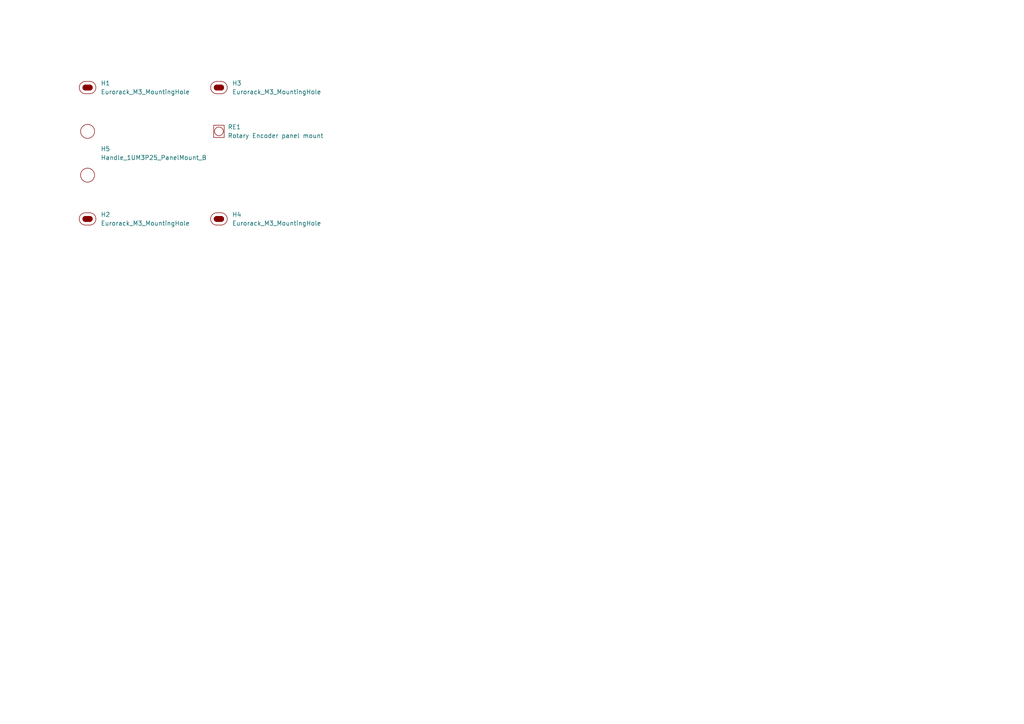
<source format=kicad_sch>
(kicad_sch (version 20250114) (generator "eeschema") (generator_version "9.0")
  (paper "A4")
  (lib_symbols
    (symbol "EXC:Eurorack_M3_MountingHole" (pin_names (offset 1.016))
      (property "Reference" "H" (at 0 5.08 0))
      (property "Value" "Eurorack_M3_MountingHole" (at 0 3.175 0))
      (symbol "Eurorack_M3_MountingHole_0_1"
        (polyline (pts (xy -0.635 0.762) (xy 0.635 0.762)))
        (circle (center -0.635 0) (radius 0.762) (fill (type outline)))
        (arc (start -0.635 -0.762) (mid -1.397 0) (end -0.635 0.762))
        (arc (start -0.635 -1.778) (mid -2.413 0) (end -0.635 1.778))
        (polyline (pts (xy -0.635 -0.762) (xy 0.635 -0.762)))
        (polyline (pts (xy -0.635 -1.778) (xy 0.635 -1.778)))
        (circle (center 0 0) (radius 0.762) (fill (type outline)))
        (polyline (pts (xy 0.635 1.778) (xy -0.635 1.778)))
        (arc (start 0.6141 1.778) (mid 2.4131 0) (end 0.6141 -1.778))
        (arc (start 0.6227 0.762) (mid 1.3971 0) (end 0.6227 -0.762))
        (circle (center 0.635 0) (radius 0.762) (fill (type outline)))
      )
    )
    (symbol "EXC:Handle_1UM3P25_B"
      (property "Reference" "H" (at 0 -6.35 0))
      (property "Value" "Handle_1UM3P25_PanelMount_B" (at 0.254 -17.018 0))
      (symbol "Handle_1UM3P25_B_0_1"
        (circle (center 0 0) (radius 2.032))
        (circle (center 0 -12.7) (radius 2.032))
      )
    )
    (symbol "EXC:Rotary_Encoder_Mount_M7"
      (property "Reference" "RE" (at 0 2.794 0))
      (property "Value" "Rotary Encoder panel mount" (at 0 -2.794 0))
      (symbol "Rotary_Encoder_Mount_M7_0_1"
        (rectangle (start -1.524 1.778) (end 1.524 -1.778))
        (circle (center 0 0) (radius 1.27))
      )
    )
  )
  (symbol (lib_id "EXC:Handle_1UM3P25_B") (at 25.4 38.1 0) (unit 1)
    (property "Reference" "H5" (at 29.21 43.1799 0) (effects (justify left)))
    (property "Value" "Handle_1UM3P25_PanelMount_B" (at 29.21 45.7199 0) (effects (justify left)))
    (property "Footprint" "EXC:Handle_1UM3P25_B" (effects (hide yes)))
    (property "Datasheet" "https://ae01.alicdn.com/kf/Sb61e59cbd92d4751a636402ee4d65e3c9.jpg" (effects (hide yes)))
    (property "Description" "The part of the handle that has the holes for the screws' heads" (effects (hide yes)))
    (property "Source" "https://www.aliexpress.com/item/1005005070119421.html" (effects (hide yes)))
  )
  (symbol (lib_id "EXC:Eurorack_M3_MountingHole") (at 25.4 25.4 0) (unit 1)
    (property "Reference" "H1" (at 29.21 24.1299 0) (effects (justify left)))
    (property "Value" "Eurorack_M3_MountingHole" (at 29.21 26.6699 0) (effects (justify left)))
    (property "Footprint" "EXC:MountingHole_3.2mm_M3" (effects (hide yes)))
    (property "Description" "Mounting Hole without connection" (effects (hide yes)))
  )
  (symbol (lib_id "EXC:Eurorack_M3_MountingHole") (at 25.4 63.5 0) (unit 1)
    (property "Reference" "H2" (at 29.21 62.2299 0) (effects (justify left)))
    (property "Value" "Eurorack_M3_MountingHole" (at 29.21 64.7699 0) (effects (justify left)))
    (property "Footprint" "EXC:MountingHole_3.2mm_M3" (effects (hide yes)))
    (property "Description" "Mounting Hole without connection" (effects (hide yes)))
  )
  (symbol (lib_id "EXC:Rotary_Encoder_Mount_M7") (at 63.5 38.1 0) (unit 1)
    (property "Reference" "RE1" (at 66.04 36.8299 0) (effects (justify left)))
    (property "Value" "Rotary Encoder panel mount" (at 66.04 39.3699 0) (effects (justify left)))
    (property "Footprint" "EXC:Rotary_Encoder_Mount_M7" (effects (hide yes)))
    (property "Datasheet" "https://cdn-shop.adafruit.com/datasheets/pec11.pdf" (effects (hide yes)))
    (property "Description" "https://www.adafruit.com/product/377" (effects (hide yes)))
  )
  (symbol (lib_id "EXC:Eurorack_M3_MountingHole") (at 63.5 25.4 0) (unit 1)
    (property "Reference" "H3" (at 67.31 24.1299 0) (effects (justify left)))
    (property "Value" "Eurorack_M3_MountingHole" (at 67.31 26.6699 0) (effects (justify left)))
    (property "Footprint" "EXC:MountingHole_3.2mm_M3" (effects (hide yes)))
    (property "Description" "Mounting Hole without connection" (effects (hide yes)))
  )
  (symbol (lib_id "EXC:Eurorack_M3_MountingHole") (at 63.5 63.5 0) (unit 1)
    (property "Reference" "H4" (at 67.31 62.2299 0) (effects (justify left)))
    (property "Value" "Eurorack_M3_MountingHole" (at 67.31 64.7699 0) (effects (justify left)))
    (property "Footprint" "EXC:MountingHole_3.2mm_M3" (effects (hide yes)))
    (property "Description" "Mounting Hole without connection" (effects (hide yes)))
  )
)
</source>
